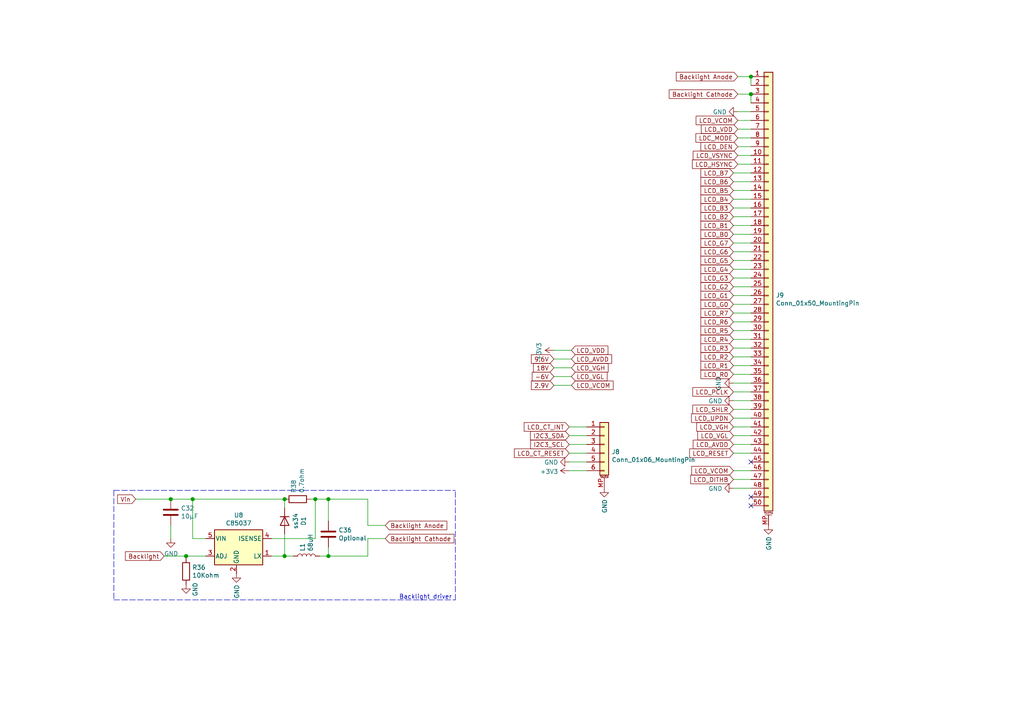
<source format=kicad_sch>
(kicad_sch (version 20210126) (generator eeschema)
  (paper "A4")
  (lib_symbols
    (symbol "01-Global-LIB:Conn_01x50_MountingPin" (pin_names (offset 1.016) hide)
      (property "Reference" "J" (at 0 50.8 0))
      (property "Value" "Conn_01x50_MountingPin" (at 1.27 -53.34 0))
      (symbol "Conn_01x50_MountingPin_1_1"
        (text "Mounting" (at 0 -78.232 0) (effects (font (size 0.381 0.381))))
        (rectangle (start -1.27 -27.813) (end 0 -28.067) (stroke (width 0.1524)))
        (rectangle (start -1.27 -30.353) (end 0 -30.607) (stroke (width 0.1524)))
        (rectangle (start -1.27 -32.893) (end 0 -33.147) (stroke (width 0.1524)))
        (rectangle (start -1.27 -35.433) (end 0 -35.687) (stroke (width 0.1524)))
        (rectangle (start -1.27 -37.973) (end 0 -38.227) (stroke (width 0.1524)))
        (rectangle (start -1.27 -40.513) (end 0 -40.767) (stroke (width 0.1524)))
        (rectangle (start -1.27 -43.053) (end 0 -43.307) (stroke (width 0.1524)))
        (rectangle (start -1.27 -45.593) (end 0 -45.847) (stroke (width 0.1524)))
        (rectangle (start -1.27 -48.133) (end 0 -48.387) (stroke (width 0.1524)))
        (rectangle (start -1.27 -4.953) (end 0 -5.207) (stroke (width 0.1524)))
        (rectangle (start -1.27 -50.673) (end 0 -50.927) (stroke (width 0.1524)))
        (rectangle (start -1.27 -7.493) (end 0 -7.747) (stroke (width 0.1524)))
        (rectangle (start -1.27 -10.033) (end 0 -10.287) (stroke (width 0.1524)))
        (rectangle (start -1.27 -12.573) (end 0 -12.827) (stroke (width 0.1524)))
        (rectangle (start -1.27 -15.113) (end 0 -15.367) (stroke (width 0.1524)))
        (rectangle (start -1.27 -17.653) (end 0 -17.907) (stroke (width 0.1524)))
        (rectangle (start -1.27 -20.193) (end 0 -20.447) (stroke (width 0.1524)))
        (rectangle (start -1.27 -22.733) (end 0 -22.987) (stroke (width 0.1524)))
        (rectangle (start -1.27 -2.413) (end 0 -2.667) (stroke (width 0.1524)))
        (rectangle (start -1.27 -25.273) (end 0 -25.527) (stroke (width 0.1524)))
        (rectangle (start -1.27 25.527) (end 0 25.273) (stroke (width 0.1524)))
        (rectangle (start -1.27 2.667) (end 0 2.413) (stroke (width 0.1524)))
        (rectangle (start -1.27 28.067) (end 0 27.813) (stroke (width 0.1524)))
        (rectangle (start -1.27 30.607) (end 0 30.353) (stroke (width 0.1524)))
        (rectangle (start -1.27 33.147) (end 0 32.893) (stroke (width 0.1524)))
        (rectangle (start -1.27 35.687) (end 0 35.433) (stroke (width 0.1524)))
        (rectangle (start -1.27 38.227) (end 0 37.973) (stroke (width 0.1524)))
        (rectangle (start -1.27 40.767) (end 0 40.513) (stroke (width 0.1524)))
        (rectangle (start -1.27 43.307) (end 0 43.053) (stroke (width 0.1524)))
        (rectangle (start -1.27 45.847) (end 0 45.593) (stroke (width 0.1524)))
        (rectangle (start -1.27 48.387) (end 0 48.133) (stroke (width 0.1524)))
        (rectangle (start -1.27 49.53) (end 1.27 -77.724) (stroke (width 0.254)) (fill (type background)))
        (rectangle (start -1.27 5.207) (end 0 4.953) (stroke (width 0.1524)))
        (rectangle (start -1.27 7.747) (end 0 7.493) (stroke (width 0.1524)))
        (rectangle (start -1.27 10.287) (end 0 10.033) (stroke (width 0.1524)))
        (rectangle (start -1.27 0.127) (end 0 -0.127) (stroke (width 0.1524)))
        (rectangle (start -1.27 12.827) (end 0 12.573) (stroke (width 0.1524)))
        (rectangle (start -1.27 15.367) (end 0 15.113) (stroke (width 0.1524)))
        (rectangle (start -1.27 17.907) (end 0 17.653) (stroke (width 0.1524)))
        (rectangle (start -1.27 20.447) (end 0 20.193) (stroke (width 0.1524)))
        (rectangle (start -1.27 22.987) (end 0 22.733) (stroke (width 0.1524)))
        (rectangle (start -1.27 -53.213) (end 0 -53.467) (stroke (width 0.1524)))
        (rectangle (start -1.27 -55.753) (end 0 -56.007) (stroke (width 0.1524)))
        (rectangle (start -1.27 -58.293) (end 0 -58.547) (stroke (width 0.1524)))
        (rectangle (start -1.27 -60.833) (end 0 -61.087) (stroke (width 0.1524)))
        (rectangle (start -1.27 -63.373) (end 0 -63.627) (stroke (width 0.1524)))
        (rectangle (start -1.27 -65.913) (end 0 -66.167) (stroke (width 0.1524)))
        (rectangle (start -1.27 -68.453) (end 0 -68.707) (stroke (width 0.1524)))
        (rectangle (start -1.27 -70.993) (end 0 -71.247) (stroke (width 0.1524)))
        (rectangle (start -1.27 -73.533) (end 0 -73.787) (stroke (width 0.1524)))
        (rectangle (start -1.27 -76.073) (end 0 -76.327) (stroke (width 0.1524)))
        (polyline (pts (xy -1.016 -78.867) (xy 1.016 -78.867)) (stroke (width 0.1524)))
        (pin passive line (at 0 -81.915 90) (length 3.048) (name "MountPin") (number "MP"))
        (pin passive line (at -5.08 48.26 0) (length 3.81) (name "Pin_1") (number "1"))
        (pin passive line (at -5.08 25.4 0) (length 3.81) (name "Pin_10") (number "10"))
        (pin passive line (at -5.08 22.86 0) (length 3.81) (name "Pin_11") (number "11"))
        (pin passive line (at -5.08 20.32 0) (length 3.81) (name "Pin_12") (number "12"))
        (pin passive line (at -5.08 17.78 0) (length 3.81) (name "Pin_13") (number "13"))
        (pin passive line (at -5.08 15.24 0) (length 3.81) (name "Pin_14") (number "14"))
        (pin passive line (at -5.08 12.7 0) (length 3.81) (name "Pin_15") (number "15"))
        (pin passive line (at -5.08 10.16 0) (length 3.81) (name "Pin_16") (number "16"))
        (pin passive line (at -5.08 7.62 0) (length 3.81) (name "Pin_17") (number "17"))
        (pin passive line (at -5.08 5.08 0) (length 3.81) (name "Pin_18") (number "18"))
        (pin passive line (at -5.08 2.54 0) (length 3.81) (name "Pin_19") (number "19"))
        (pin passive line (at -5.08 45.72 0) (length 3.81) (name "Pin_2") (number "2"))
        (pin passive line (at -5.08 0 0) (length 3.81) (name "Pin_20") (number "20"))
        (pin passive line (at -5.08 -2.54 0) (length 3.81) (name "Pin_21") (number "21"))
        (pin passive line (at -5.08 -5.08 0) (length 3.81) (name "Pin_22") (number "22"))
        (pin passive line (at -5.08 -7.62 0) (length 3.81) (name "Pin_23") (number "23"))
        (pin passive line (at -5.08 -10.16 0) (length 3.81) (name "Pin_24") (number "24"))
        (pin passive line (at -5.08 -12.7 0) (length 3.81) (name "Pin_25") (number "25"))
        (pin passive line (at -5.08 -15.24 0) (length 3.81) (name "Pin_26") (number "26"))
        (pin passive line (at -5.08 -17.78 0) (length 3.81) (name "Pin_27") (number "27"))
        (pin passive line (at -5.08 -20.32 0) (length 3.81) (name "Pin_28") (number "28"))
        (pin passive line (at -5.08 -22.86 0) (length 3.81) (name "Pin_29") (number "29"))
        (pin passive line (at -5.08 43.18 0) (length 3.81) (name "Pin_3") (number "3"))
        (pin passive line (at -5.08 -25.4 0) (length 3.81) (name "Pin_30") (number "30"))
        (pin passive line (at -5.08 -27.94 0) (length 3.81) (name "Pin_31") (number "31"))
        (pin passive line (at -5.08 -30.48 0) (length 3.81) (name "Pin_32") (number "32"))
        (pin passive line (at -5.08 -33.02 0) (length 3.81) (name "Pin_33") (number "33"))
        (pin passive line (at -5.08 -35.56 0) (length 3.81) (name "Pin_34") (number "34"))
        (pin passive line (at -5.08 -38.1 0) (length 3.81) (name "Pin_35") (number "35"))
        (pin passive line (at -5.08 -40.64 0) (length 3.81) (name "Pin_36") (number "36"))
        (pin passive line (at -5.08 -43.18 0) (length 3.81) (name "Pin_37") (number "37"))
        (pin passive line (at -5.08 -45.72 0) (length 3.81) (name "Pin_38") (number "38"))
        (pin passive line (at -5.08 -48.26 0) (length 3.81) (name "Pin_39") (number "39"))
        (pin passive line (at -5.08 40.64 0) (length 3.81) (name "Pin_4") (number "4"))
        (pin passive line (at -5.08 -50.8 0) (length 3.81) (name "Pin_40") (number "40"))
        (pin passive line (at -5.08 38.1 0) (length 3.81) (name "Pin_5") (number "5"))
        (pin passive line (at -5.08 35.56 0) (length 3.81) (name "Pin_6") (number "6"))
        (pin passive line (at -5.08 33.02 0) (length 3.81) (name "Pin_7") (number "7"))
        (pin passive line (at -5.08 30.48 0) (length 3.81) (name "Pin_8") (number "8"))
        (pin passive line (at -5.08 27.94 0) (length 3.81) (name "Pin_9") (number "9"))
        (pin passive line (at -5.08 -53.34 0) (length 3.81) (name "Pin_41") (number "41"))
        (pin passive line (at -5.08 -55.88 0) (length 3.81) (name "Pin_42") (number "42"))
        (pin passive line (at -5.08 -58.42 0) (length 3.81) (name "Pin_43") (number "43"))
        (pin passive line (at -5.08 -60.96 0) (length 3.81) (name "Pin_44") (number "44"))
        (pin passive line (at -5.08 -63.5 0) (length 3.81) (name "Pin_45") (number "45"))
        (pin passive line (at -5.08 -66.04 0) (length 3.81) (name "Pin_46") (number "46"))
        (pin passive line (at -5.08 -68.58 0) (length 3.81) (name "Pin_47") (number "47"))
        (pin passive line (at -5.08 -71.12 0) (length 3.81) (name "Pin_48") (number "48"))
        (pin passive line (at -5.08 -73.66 0) (length 3.81) (name "Pin_49") (number "49"))
        (pin passive line (at -5.08 -76.2 0) (length 3.81) (name "Pin_50") (number "50"))
      )
    )
    (symbol "Connector_Generic_MountingPin:Conn_01x06_MountingPin" (pin_names (offset 1.016) hide)
      (property "Reference" "J" (at 0 7.62 0))
      (property "Value" "Conn_01x06_MountingPin" (at 1.27 -10.16 0))
      (symbol "Conn_01x06_MountingPin_1_1"
        (text "Mounting" (at 0 -9.271 0) (effects (font (size 0.381 0.381))))
        (rectangle (start -1.27 -4.953) (end 0 -5.207) (stroke (width 0.1524)))
        (rectangle (start -1.27 -7.493) (end 0 -7.747) (stroke (width 0.1524)))
        (rectangle (start -1.27 -2.413) (end 0 -2.667) (stroke (width 0.1524)))
        (rectangle (start -1.27 2.667) (end 0 2.413) (stroke (width 0.1524)))
        (rectangle (start -1.27 5.207) (end 0 4.953) (stroke (width 0.1524)))
        (rectangle (start -1.27 6.35) (end 1.27 -8.89) (stroke (width 0.254)) (fill (type background)))
        (rectangle (start -1.27 0.127) (end 0 -0.127) (stroke (width 0.1524)))
        (polyline (pts (xy -1.016 -9.652) (xy 1.016 -9.652)) (stroke (width 0.1524)))
        (pin passive line (at 0 -12.7 90) (length 3.048) (name "MountPin") (number "MP"))
        (pin passive line (at -5.08 5.08 0) (length 3.81) (name "Pin_1") (number "1"))
        (pin passive line (at -5.08 2.54 0) (length 3.81) (name "Pin_2") (number "2"))
        (pin passive line (at -5.08 0 0) (length 3.81) (name "Pin_3") (number "3"))
        (pin passive line (at -5.08 -2.54 0) (length 3.81) (name "Pin_4") (number "4"))
        (pin passive line (at -5.08 -5.08 0) (length 3.81) (name "Pin_5") (number "5"))
        (pin passive line (at -5.08 -7.62 0) (length 3.81) (name "Pin_6") (number "6"))
      )
    )
    (symbol "Device:C" (pin_numbers hide) (pin_names (offset 0.254))
      (property "Reference" "C" (at 0.635 2.54 0))
      (property "Value" "C" (at 0.635 -2.54 0))
      (symbol "C_0_1"
        (polyline (pts (xy -2.032 -0.762) (xy 2.032 -0.762)) (stroke (width 0.508)))
        (polyline (pts (xy -2.032 0.762) (xy 2.032 0.762)) (stroke (width 0.508)))
      )
      (symbol "C_1_1"
        (pin passive line (at 0 3.81 270) (length 2.794) (name "~") (number "1"))
        (pin passive line (at 0 -3.81 90) (length 2.794) (name "~") (number "2"))
      )
    )
    (symbol "Device:D" (pin_numbers hide) (pin_names (offset 1.016) hide)
      (property "Reference" "D" (at 0 2.54 0))
      (property "Value" "D" (at 0 -2.54 0))
      (symbol "D_0_1"
        (polyline (pts (xy -1.27 1.27) (xy -1.27 -1.27)) (stroke (width 0.254)))
        (polyline (pts (xy 1.27 0) (xy -1.27 0)))
        (polyline (pts (xy 1.27 1.27) (xy 1.27 -1.27) (xy -1.27 0) (xy 1.27 1.27)) (stroke (width 0.254)))
      )
      (symbol "D_1_1"
        (pin passive line (at -3.81 0 0) (length 2.54) (name "K") (number "1"))
        (pin passive line (at 3.81 0 180) (length 2.54) (name "A") (number "2"))
      )
    )
    (symbol "Device:L" (pin_numbers hide) (pin_names (offset 1.016) hide)
      (property "Reference" "L" (at -1.27 0 90))
      (property "Value" "L" (at 1.905 0 90))
      (symbol "L_0_1"
        (arc (start 0 -2.54) (end 0 -1.27) (radius (at 0 -1.905) (length 0.635) (angles -89.9 89.9)))
        (arc (start 0 -1.27) (end 0 0) (radius (at 0 -0.635) (length 0.635) (angles -89.9 89.9)))
        (arc (start 0 0) (end 0 1.27) (radius (at 0 0.635) (length 0.635) (angles -89.9 89.9)))
        (arc (start 0 1.27) (end 0 2.54) (radius (at 0 1.905) (length 0.635) (angles -89.9 89.9)))
      )
      (symbol "L_1_1"
        (pin passive line (at 0 3.81 270) (length 1.27) (name "1") (number "1"))
        (pin passive line (at 0 -3.81 90) (length 1.27) (name "2") (number "2"))
      )
    )
    (symbol "Device:R" (pin_numbers hide) (pin_names (offset 0))
      (property "Reference" "R" (at 2.032 0 90))
      (property "Value" "R" (at 0 0 90))
      (symbol "R_0_1"
        (rectangle (start -1.016 -2.54) (end 1.016 2.54) (stroke (width 0.254)))
      )
      (symbol "R_1_1"
        (pin passive line (at 0 3.81 270) (length 1.27) (name "~") (number "1"))
        (pin passive line (at 0 -3.81 90) (length 1.27) (name "~") (number "2"))
      )
    )
    (symbol "Driver_LED:IS31LT3360" (pin_names (offset 0.254))
      (property "Reference" "U" (at -5.08 8.89 0))
      (property "Value" "IS31LT3360" (at 5.08 8.89 0))
      (symbol "IS31LT3360_0_1"
        (rectangle (start -6.35 7.62) (end 7.62 -2.54) (stroke (width 0.254)) (fill (type background)))
      )
      (symbol "IS31LT3360_1_1"
        (pin open_collector line (at 10.16 0 180) (length 2.54) (name "LX") (number "1"))
        (pin power_in line (at 0 -5.08 90) (length 2.54) (name "GND") (number "2"))
        (pin input line (at -8.89 0 0) (length 2.54) (name "ADJ") (number "3"))
        (pin input line (at 10.16 5.08 180) (length 2.54) (name "ISENSE") (number "4"))
        (pin power_in line (at -8.89 5.08 0) (length 2.54) (name "VIN") (number "5"))
      )
    )
    (symbol "power:+3.3V" (power) (pin_names (offset 0))
      (property "Value" "+3.3V" (at 0 3.556 0))
      (symbol "+3.3V_0_1"
        (polyline (pts (xy -0.762 1.27) (xy 0 2.54)))
        (polyline (pts (xy 0 0) (xy 0 2.54)))
        (polyline (pts (xy 0 2.54) (xy 0.762 1.27)))
      )
      (symbol "+3.3V_1_1"
        (pin power_in line (at 0 0 90) (length 0) hide (name "+3V3") (number "1"))
      )
    )
    (symbol "power:+3V3" (power) (pin_names (offset 0))
      (property "Value" "+3V3" (at 0 3.556 0))
      (symbol "+3V3_0_1"
        (polyline (pts (xy -0.762 1.27) (xy 0 2.54)))
        (polyline (pts (xy 0 0) (xy 0 2.54)))
        (polyline (pts (xy 0 2.54) (xy 0.762 1.27)))
      )
      (symbol "+3V3_1_1"
        (pin power_in line (at 0 0 90) (length 0) hide (name "+3V3") (number "1"))
      )
    )
    (symbol "power:GND" (power) (pin_names (offset 0))
      (property "Value" "GND" (at 0 -3.81 0))
      (symbol "GND_0_1"
        (polyline (pts (xy 0 0) (xy 0 -1.27) (xy 1.27 -1.27) (xy 0 -2.54) (xy -1.27 -1.27) (xy 0 -1.27)))
      )
      (symbol "GND_1_1"
        (pin power_in line (at 0 0 270) (length 0) hide (name "GND") (number "1"))
      )
    )
  )
  (junction (at 49.53 144.78) (diameter 1.016))
  (junction (at 53.975 161.29) (diameter 1.016))
  (junction (at 55.88 144.78) (diameter 1.016))
  (junction (at 82.55 144.78) (diameter 1.016))
  (junction (at 82.55 161.29) (diameter 1.016))
  (junction (at 91.44 144.78) (diameter 1.016))
  (junction (at 95.25 144.78) (diameter 1.016))
  (junction (at 95.25 161.29) (diameter 1.016))
  (junction (at 217.805 22.225) (diameter 1.016))
  (junction (at 217.805 27.305) (diameter 1.016))
  (no_connect (at 217.805 133.985))
  (no_connect (at 217.805 144.145))
  (no_connect (at 217.805 146.685))
  (wire (pts (xy 39.37 144.78) (xy 49.53 144.78)))
  (wire (pts (xy 47.625 161.29) (xy 53.975 161.29)))
  (wire (pts (xy 49.53 144.78) (xy 55.88 144.78)))
  (wire (pts (xy 49.53 152.4) (xy 49.53 156.21)))
  (wire (pts (xy 53.975 161.29) (xy 53.975 161.925)))
  (wire (pts (xy 53.975 161.29) (xy 59.69 161.29)))
  (wire (pts (xy 55.88 144.78) (xy 82.55 144.78)))
  (wire (pts (xy 55.88 156.21) (xy 55.88 144.78)))
  (wire (pts (xy 59.69 156.21) (xy 55.88 156.21)))
  (wire (pts (xy 78.74 156.21) (xy 91.44 156.21)))
  (wire (pts (xy 78.74 161.29) (xy 82.55 161.29)))
  (wire (pts (xy 82.55 147.32) (xy 82.55 144.78)))
  (wire (pts (xy 82.55 154.94) (xy 82.55 161.29)))
  (wire (pts (xy 82.55 161.29) (xy 85.09 161.29)))
  (wire (pts (xy 91.44 144.78) (xy 90.17 144.78)))
  (wire (pts (xy 91.44 144.78) (xy 91.44 156.21)))
  (wire (pts (xy 92.71 161.29) (xy 95.25 161.29)))
  (wire (pts (xy 95.25 144.78) (xy 91.44 144.78)))
  (wire (pts (xy 95.25 144.78) (xy 95.25 151.13)))
  (wire (pts (xy 95.25 161.29) (xy 95.25 158.75)))
  (wire (pts (xy 95.25 161.29) (xy 106.68 161.29)))
  (wire (pts (xy 106.68 144.78) (xy 95.25 144.78)))
  (wire (pts (xy 106.68 152.4) (xy 106.68 144.78)))
  (wire (pts (xy 106.68 156.21) (xy 111.76 156.21)))
  (wire (pts (xy 106.68 161.29) (xy 106.68 156.21)))
  (wire (pts (xy 111.76 152.4) (xy 106.68 152.4)))
  (wire (pts (xy 165.1 123.825) (xy 170.18 123.825)))
  (wire (pts (xy 165.1 126.365) (xy 170.18 126.365)))
  (wire (pts (xy 165.1 128.905) (xy 170.18 128.905)))
  (wire (pts (xy 165.1 131.445) (xy 170.18 131.445)))
  (wire (pts (xy 165.1 133.985) (xy 170.18 133.985)))
  (wire (pts (xy 165.1 136.525) (xy 170.18 136.525)))
  (wire (pts (xy 165.735 101.6) (xy 160.655 101.6)))
  (wire (pts (xy 165.735 104.14) (xy 160.655 104.14)))
  (wire (pts (xy 165.735 106.68) (xy 160.655 106.68)))
  (wire (pts (xy 165.735 109.22) (xy 160.655 109.22)))
  (wire (pts (xy 165.735 111.76) (xy 160.655 111.76)))
  (wire (pts (xy 212.725 50.165) (xy 217.805 50.165)))
  (wire (pts (xy 212.725 52.705) (xy 217.805 52.705)))
  (wire (pts (xy 212.725 55.245) (xy 217.805 55.245)))
  (wire (pts (xy 212.725 57.785) (xy 217.805 57.785)))
  (wire (pts (xy 212.725 60.325) (xy 217.805 60.325)))
  (wire (pts (xy 212.725 62.865) (xy 217.805 62.865)))
  (wire (pts (xy 212.725 65.405) (xy 217.805 65.405)))
  (wire (pts (xy 212.725 67.945) (xy 217.805 67.945)))
  (wire (pts (xy 212.725 70.485) (xy 217.805 70.485)))
  (wire (pts (xy 212.725 73.025) (xy 217.805 73.025)))
  (wire (pts (xy 212.725 75.565) (xy 217.805 75.565)))
  (wire (pts (xy 212.725 78.105) (xy 217.805 78.105)))
  (wire (pts (xy 212.725 80.645) (xy 217.805 80.645)))
  (wire (pts (xy 212.725 83.185) (xy 217.805 83.185)))
  (wire (pts (xy 212.725 85.725) (xy 217.805 85.725)))
  (wire (pts (xy 212.725 88.265) (xy 217.805 88.265)))
  (wire (pts (xy 212.725 90.805) (xy 217.805 90.805)))
  (wire (pts (xy 212.725 93.345) (xy 217.805 93.345)))
  (wire (pts (xy 212.725 95.885) (xy 217.805 95.885)))
  (wire (pts (xy 212.725 98.425) (xy 217.805 98.425)))
  (wire (pts (xy 212.725 100.965) (xy 217.805 100.965)))
  (wire (pts (xy 212.725 103.505) (xy 217.805 103.505)))
  (wire (pts (xy 212.725 106.045) (xy 217.805 106.045)))
  (wire (pts (xy 212.725 108.585) (xy 217.805 108.585)))
  (wire (pts (xy 212.725 111.125) (xy 217.805 111.125)))
  (wire (pts (xy 212.725 113.665) (xy 217.805 113.665)))
  (wire (pts (xy 212.725 116.205) (xy 217.805 116.205)))
  (wire (pts (xy 212.725 118.745) (xy 217.805 118.745)))
  (wire (pts (xy 212.725 121.285) (xy 217.805 121.285)))
  (wire (pts (xy 212.725 123.825) (xy 217.805 123.825)))
  (wire (pts (xy 212.725 126.365) (xy 217.805 126.365)))
  (wire (pts (xy 212.725 128.905) (xy 217.805 128.905)))
  (wire (pts (xy 212.725 131.445) (xy 217.805 131.445)))
  (wire (pts (xy 212.725 136.525) (xy 217.805 136.525)))
  (wire (pts (xy 212.725 139.065) (xy 217.805 139.065)))
  (wire (pts (xy 212.725 141.605) (xy 217.805 141.605)))
  (wire (pts (xy 213.995 22.225) (xy 217.805 22.225)))
  (wire (pts (xy 213.995 27.305) (xy 217.805 27.305)))
  (wire (pts (xy 213.995 32.385) (xy 217.805 32.385)))
  (wire (pts (xy 213.995 34.925) (xy 217.805 34.925)))
  (wire (pts (xy 213.995 37.465) (xy 217.805 37.465)))
  (wire (pts (xy 213.995 40.005) (xy 217.805 40.005)))
  (wire (pts (xy 213.995 42.545) (xy 217.805 42.545)))
  (wire (pts (xy 213.995 45.085) (xy 217.805 45.085)))
  (wire (pts (xy 213.995 47.625) (xy 217.805 47.625)))
  (wire (pts (xy 217.805 22.225) (xy 217.805 24.765)))
  (wire (pts (xy 217.805 27.305) (xy 217.805 29.845)))
  (polyline (pts (xy 33.02 142.24) (xy 33.02 173.99)) (stroke (width 0) (type dash)))
  (polyline (pts (xy 33.02 142.24) (xy 132.08 142.24)) (stroke (width 0) (type dash)))
  (polyline (pts (xy 33.02 173.99) (xy 132.08 173.99)) (stroke (width 0) (type dash)))
  (polyline (pts (xy 132.08 173.99) (xy 132.08 142.24)) (stroke (width 0) (type dash)))
  (text "Backlight driver \n" (at 132.08 173.99 180) (effects (font (size 1.27 1.27)) (justify right bottom)))
  (global_label "Vin" (shape input) (at 39.37 144.78 180) (property "Intersheet References" "${INTERSHEET_REFS}" (effects hide)))
  (global_label "Backlight" (shape input) (at 47.625 161.29 180) (property "Intersheet References" "${INTERSHEET_REFS}" (effects hide)))
  (global_label "Backlight Anode" (shape input) (at 111.76 152.4 0) (property "Intersheet References" "${INTERSHEET_REFS}" (effects hide)))
  (global_label "Backlight Cathode" (shape input) (at 111.76 156.21 0) (property "Intersheet References" "${INTERSHEET_REFS}" (effects hide)))
  (global_label "9.6V" (shape input) (at 160.655 104.14 180) (property "Intersheet References" "${INTERSHEET_REFS}" (effects hide)))
  (global_label "18V" (shape input) (at 160.655 106.68 180) (property "Intersheet References" "${INTERSHEET_REFS}" (effects hide)))
  (global_label "-6V" (shape input) (at 160.655 109.22 180) (property "Intersheet References" "${INTERSHEET_REFS}" (effects hide)))
  (global_label "2.9V" (shape input) (at 160.655 111.76 180) (property "Intersheet References" "${INTERSHEET_REFS}" (effects hide)))
  (global_label "LCD_CT_INT" (shape input) (at 165.1 123.825 180) (property "Intersheet References" "${INTERSHEET_REFS}" (effects hide)))
  (global_label "I2C3_SDA" (shape input) (at 165.1 126.365 180) (property "Intersheet References" "${INTERSHEET_REFS}" (effects hide)))
  (global_label "I2C3_SCL" (shape input) (at 165.1 128.905 180) (property "Intersheet References" "${INTERSHEET_REFS}" (effects hide)))
  (global_label "LCD_CT_RESET" (shape input) (at 165.1 131.445 180) (property "Intersheet References" "${INTERSHEET_REFS}" (effects hide)))
  (global_label "LCD_VDD" (shape input) (at 165.735 101.6 0) (property "Intersheet References" "${INTERSHEET_REFS}" (effects hide)))
  (global_label "LCD_AVDD" (shape input) (at 165.735 104.14 0) (property "Intersheet References" "${INTERSHEET_REFS}" (effects hide)))
  (global_label "LCD_VGH" (shape input) (at 165.735 106.68 0) (property "Intersheet References" "${INTERSHEET_REFS}" (effects hide)))
  (global_label "LCD_VGL" (shape input) (at 165.735 109.22 0) (property "Intersheet References" "${INTERSHEET_REFS}" (effects hide)))
  (global_label "LCD_VCOM" (shape input) (at 165.735 111.76 0) (property "Intersheet References" "${INTERSHEET_REFS}" (effects hide)))
  (global_label "LCD_B7" (shape input) (at 212.725 50.165 180) (property "Intersheet References" "${INTERSHEET_REFS}" (effects hide)))
  (global_label "LCD_B6" (shape input) (at 212.725 52.705 180) (property "Intersheet References" "${INTERSHEET_REFS}" (effects hide)))
  (global_label "LCD_B5" (shape input) (at 212.725 55.245 180) (property "Intersheet References" "${INTERSHEET_REFS}" (effects hide)))
  (global_label "LCD_B4" (shape input) (at 212.725 57.785 180) (property "Intersheet References" "${INTERSHEET_REFS}" (effects hide)))
  (global_label "LCD_B3" (shape input) (at 212.725 60.325 180) (property "Intersheet References" "${INTERSHEET_REFS}" (effects hide)))
  (global_label "LCD_B2" (shape input) (at 212.725 62.865 180) (property "Intersheet References" "${INTERSHEET_REFS}" (effects hide)))
  (global_label "LCD_B1" (shape input) (at 212.725 65.405 180) (property "Intersheet References" "${INTERSHEET_REFS}" (effects hide)))
  (global_label "LCD_B0" (shape input) (at 212.725 67.945 180) (property "Intersheet References" "${INTERSHEET_REFS}" (effects hide)))
  (global_label "LCD_G7" (shape input) (at 212.725 70.485 180) (property "Intersheet References" "${INTERSHEET_REFS}" (effects hide)))
  (global_label "LCD_G6" (shape input) (at 212.725 73.025 180) (property "Intersheet References" "${INTERSHEET_REFS}" (effects hide)))
  (global_label "LCD_G5" (shape input) (at 212.725 75.565 180) (property "Intersheet References" "${INTERSHEET_REFS}" (effects hide)))
  (global_label "LCD_G4" (shape input) (at 212.725 78.105 180) (property "Intersheet References" "${INTERSHEET_REFS}" (effects hide)))
  (global_label "LCD_G3" (shape input) (at 212.725 80.645 180) (property "Intersheet References" "${INTERSHEET_REFS}" (effects hide)))
  (global_label "LCD_G2" (shape input) (at 212.725 83.185 180) (property "Intersheet References" "${INTERSHEET_REFS}" (effects hide)))
  (global_label "LCD_G1" (shape input) (at 212.725 85.725 180) (property "Intersheet References" "${INTERSHEET_REFS}" (effects hide)))
  (global_label "LCD_G0" (shape input) (at 212.725 88.265 180) (property "Intersheet References" "${INTERSHEET_REFS}" (effects hide)))
  (global_label "LCD_R7" (shape input) (at 212.725 90.805 180) (property "Intersheet References" "${INTERSHEET_REFS}" (effects hide)))
  (global_label "LCD_R6" (shape input) (at 212.725 93.345 180) (property "Intersheet References" "${INTERSHEET_REFS}" (effects hide)))
  (global_label "LCD_R5" (shape input) (at 212.725 95.885 180) (property "Intersheet References" "${INTERSHEET_REFS}" (effects hide)))
  (global_label "LCD_R4" (shape input) (at 212.725 98.425 180) (property "Intersheet References" "${INTERSHEET_REFS}" (effects hide)))
  (global_label "LCD_R3" (shape input) (at 212.725 100.965 180) (property "Intersheet References" "${INTERSHEET_REFS}" (effects hide)))
  (global_label "LCD_R2" (shape input) (at 212.725 103.505 180) (property "Intersheet References" "${INTERSHEET_REFS}" (effects hide)))
  (global_label "LCD_R1" (shape input) (at 212.725 106.045 180) (property "Intersheet References" "${INTERSHEET_REFS}" (effects hide)))
  (global_label "LCD_R0" (shape input) (at 212.725 108.585 180) (property "Intersheet References" "${INTERSHEET_REFS}" (effects hide)))
  (global_label "LCD_PCLK" (shape input) (at 212.725 113.665 180) (property "Intersheet References" "${INTERSHEET_REFS}" (effects hide)))
  (global_label "LCD_SHLR" (shape input) (at 212.725 118.745 180) (property "Intersheet References" "${INTERSHEET_REFS}" (effects hide)))
  (global_label "LCD_UPDN" (shape input) (at 212.725 121.285 180) (property "Intersheet References" "${INTERSHEET_REFS}" (effects hide)))
  (global_label "LCD_VGH" (shape input) (at 212.725 123.825 180) (property "Intersheet References" "${INTERSHEET_REFS}" (effects hide)))
  (global_label "LCD_VGL" (shape input) (at 212.725 126.365 180) (property "Intersheet References" "${INTERSHEET_REFS}" (effects hide)))
  (global_label "LCD_AVDD" (shape input) (at 212.725 128.905 180) (property "Intersheet References" "${INTERSHEET_REFS}" (effects hide)))
  (global_label "LCD_RESET" (shape input) (at 212.725 131.445 180) (property "Intersheet References" "${INTERSHEET_REFS}" (effects hide)))
  (global_label "LCD_VCOM" (shape input) (at 212.725 136.525 180) (property "Intersheet References" "${INTERSHEET_REFS}" (effects hide)))
  (global_label "LCD_DITHB" (shape input) (at 212.725 139.065 180) (property "Intersheet References" "${INTERSHEET_REFS}" (effects hide)))
  (global_label "Backlight Anode" (shape input) (at 213.995 22.225 180) (property "Intersheet References" "${INTERSHEET_REFS}" (effects hide)))
  (global_label "Backlight Cathode" (shape input) (at 213.995 27.305 180) (property "Intersheet References" "${INTERSHEET_REFS}" (effects hide)))
  (global_label "LCD_VCOM" (shape input) (at 213.995 34.925 180) (property "Intersheet References" "${INTERSHEET_REFS}" (effects hide)))
  (global_label "LCD_VDD" (shape input) (at 213.995 37.465 180) (property "Intersheet References" "${INTERSHEET_REFS}" (effects hide)))
  (global_label "LDC_MODE" (shape input) (at 213.995 40.005 180) (property "Intersheet References" "${INTERSHEET_REFS}" (effects hide)))
  (global_label "LCD_DEN" (shape input) (at 213.995 42.545 180) (property "Intersheet References" "${INTERSHEET_REFS}" (effects hide)))
  (global_label "LCD_VSYNC" (shape input) (at 213.995 45.085 180) (property "Intersheet References" "${INTERSHEET_REFS}" (effects hide)))
  (global_label "LCD_HSYNC" (shape input) (at 213.995 47.625 180) (property "Intersheet References" "${INTERSHEET_REFS}" (effects hide)))
  (symbol (lib_id "power:+3.3V") (at 160.655 101.6 90) (mirror x) (unit 1)
    (property "Reference" "#PWR0177" (effects hide))
    (property "Value" "+3.3V" (at 156.3306 101.9683 0))
  )
  (symbol (lib_id "power:+3V3") (at 165.1 136.525 90) (unit 1)
    (property "Reference" "#PWR0119" (effects hide))
    (property "Value" "+3V3" (at 161.9249 136.7917 90) (effects (justify left)))
  )
  (symbol (lib_id "Device:L") (at 88.9 161.29 90) (unit 1)
    (property "Reference" "L1" (at 87.7316 159.9438 0) (effects (justify left)))
    (property "Value" "68uH" (at 90.043 159.944 0) (effects (justify left)))
    (property "Footprint" "Inductor_SMD:L_Bourns-SRN8040_8x8.15mm" (effects hide))
    (property "Partnr" "SMNR8040-680MT" (effects hide))
    (property "LCSC" "C266439" (effects hide))
  )
  (symbol (lib_id "power:GND") (at 49.53 156.21 0) (unit 1)
    (property "Reference" "#PWR0105" (effects hide))
    (property "Value" "GND" (at 49.657 160.6042 0))
  )
  (symbol (lib_id "power:GND") (at 53.975 169.545 0) (unit 1)
    (property "Reference" "#PWR0117" (effects hide))
    (property "Value" "GND" (at 56.6293 168.91 90) (effects (justify right)))
  )
  (symbol (lib_id "power:GND") (at 68.58 166.37 0) (unit 1)
    (property "Reference" "#PWR0109" (effects hide))
    (property "Value" "GND" (at 68.6943 169.545 90) (effects (justify right)))
  )
  (symbol (lib_id "power:GND") (at 165.1 133.985 270) (unit 1)
    (property "Reference" "#PWR0118" (effects hide))
    (property "Value" "GND" (at 161.925 134.0993 90) (effects (justify right)))
  )
  (symbol (lib_id "power:GND") (at 175.26 141.605 0) (unit 1)
    (property "Reference" "#PWR0122" (effects hide))
    (property "Value" "GND" (at 175.3743 144.78 90) (effects (justify right)))
  )
  (symbol (lib_id "power:GND") (at 212.725 111.125 270) (unit 1)
    (property "Reference" "#PWR0123" (effects hide))
    (property "Value" "GND" (at 208.4006 111.2393 0))
  )
  (symbol (lib_id "power:GND") (at 212.725 116.205 270) (unit 1)
    (property "Reference" "#PWR0124" (effects hide))
    (property "Value" "GND" (at 209.55 116.3193 90) (effects (justify right)))
  )
  (symbol (lib_id "power:GND") (at 212.725 141.605 270) (unit 1)
    (property "Reference" "#PWR0125" (effects hide))
    (property "Value" "GND" (at 209.55 141.7193 90) (effects (justify right)))
  )
  (symbol (lib_id "power:GND") (at 213.995 32.385 270) (unit 1)
    (property "Reference" "#PWR0126" (effects hide))
    (property "Value" "GND" (at 210.82 32.4993 90) (effects (justify right)))
  )
  (symbol (lib_id "power:GND") (at 222.885 152.4 0) (unit 1)
    (property "Reference" "#PWR0127" (effects hide))
    (property "Value" "GND" (at 222.9993 155.575 90) (effects (justify right)))
  )
  (symbol (lib_id "Device:R") (at 53.975 165.735 0) (unit 1)
    (property "Reference" "R36" (at 55.7531 164.5856 0) (effects (justify left)))
    (property "Value" "10Kohm" (at 55.753 166.884 0) (effects (justify left)))
    (property "Footprint" "Resistor_SMD:R_0805_2012Metric_Pad1.20x1.40mm_HandSolder" (effects hide))
  )
  (symbol (lib_id "Device:R") (at 86.36 144.78 90) (unit 1)
    (property "Reference" "R38" (at 85.1916 143.002 0) (effects (justify left)))
    (property "Value" "0.7ohm" (at 87.503 143.002 0) (effects (justify left)))
    (property "Footprint" "Resistor_SMD:R_1206_3216Metric_Pad1.30x1.75mm_HandSolder" (effects hide))
    (property "LCSC" "C621283" (effects hide))
    (property "Orderd" "100" (effects hide))
  )
  (symbol (lib_id "Device:D") (at 82.55 151.13 270) (unit 1)
    (property "Reference" "D1" (at 88.0364 151.13 0))
    (property "Value" "ss34" (at 85.725 151.13 0))
    (property "Footprint" "Diode_SMD:D_SMA_Handsoldering" (effects hide))
    (property "LCSC" "C83961" (effects hide))
    (property "Orderd" "100" (effects hide))
  )
  (symbol (lib_id "Device:C") (at 49.53 148.59 0) (unit 1)
    (property "Reference" "C32" (at 52.451 147.4216 0) (effects (justify left)))
    (property "Value" "10µF" (at 52.451 149.733 0) (effects (justify left)))
    (property "Footprint" "Capacitor_SMD:C_1206_3216Metric_Pad1.33x1.80mm_HandSolder" (effects hide))
    (property "LCSC" "C14860" (effects hide))
    (property "Orderd" "10" (effects hide))
  )
  (symbol (lib_id "Device:C") (at 95.25 154.94 0) (unit 1)
    (property "Reference" "C36" (at 98.171 153.7716 0) (effects (justify left)))
    (property "Value" "Optional" (at 98.171 156.083 0) (effects (justify left)))
    (property "Footprint" "Capacitor_SMD:C_1206_3216Metric_Pad1.33x1.80mm_HandSolder" (effects hide))
  )
  (symbol (lib_id "Connector_Generic_MountingPin:Conn_01x06_MountingPin") (at 175.26 128.905 0) (unit 1)
    (property "Reference" "J8" (at 177.3937 131.0576 0) (effects (justify left)))
    (property "Value" "Conn_01x06_MountingPin" (at 177.3937 133.3563 0) (effects (justify left)))
    (property "Footprint" "Connector_FFC-FPC:Hirose_FH12-6S-0.5SH_1x06-1MP_P0.50mm_Horizontal" (effects hide))
    (property "LCSC" "C528032" (effects hide))
    (property "Orderd" "10" (effects hide))
  )
  (symbol (lib_id "Driver_LED:IS31LT3360") (at 68.58 161.29 0) (unit 1)
    (property "Reference" "U8" (at 69.215 149.4282 0))
    (property "Value" "C85037" (at 69.215 151.7396 0))
    (property "Footprint" "Package_TO_SOT_SMD:SOT-89-5" (effects hide))
    (property "Datasheet" "http://www.issi.com/WW/pdf/31LT3360.pdf" (effects hide))
  )
  (symbol (lib_id "01-Global-LIB:Conn_01x50_MountingPin") (at 222.885 70.485 0) (unit 1)
    (property "Reference" "J9" (at 225.0187 85.6551 0) (effects (justify left)))
    (property "Value" "Conn_01x50_MountingPin" (at 225.0187 87.9538 0) (effects (justify left)))
    (property "Footprint" "00_Custom_Kicad:FPC_50" (effects hide))
    (property "LCSC" "	C11098" (effects hide))
    (property "Orderd" "10" (effects hide))
  )
)
</source>
